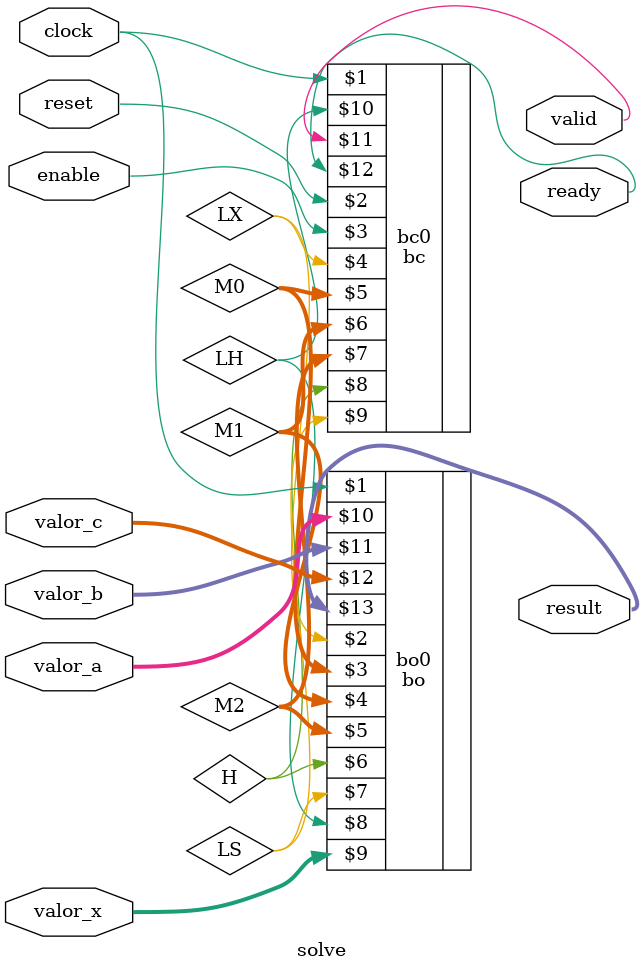
<source format=v>
`include "bo.v"
`include "bc.v"

module solve(
    input clock,
    input signed [7:0] valor_x,
    input signed [15:0] valor_a,
    input signed [15:0] valor_b,
    input signed [15:0] valor_c,
    input enable,
    input reset,
    output signed [15:0] result,
    output ready,
    output valid
);
    wire LX;
    wire [1:0] M0;
    wire [1:0] M1;
    wire [1:0] M2;
    wire H;
    wire LS;
    wire LH;

    bc bc0(clock, reset, enable, LX, M0, M1, M2, H, LS, LH, valid, ready);
    bo bo0(clock, LX, M0, M1, M2, H, LS, LH, valor_x, valor_a, valor_b, valor_c, result);

endmodule
</source>
